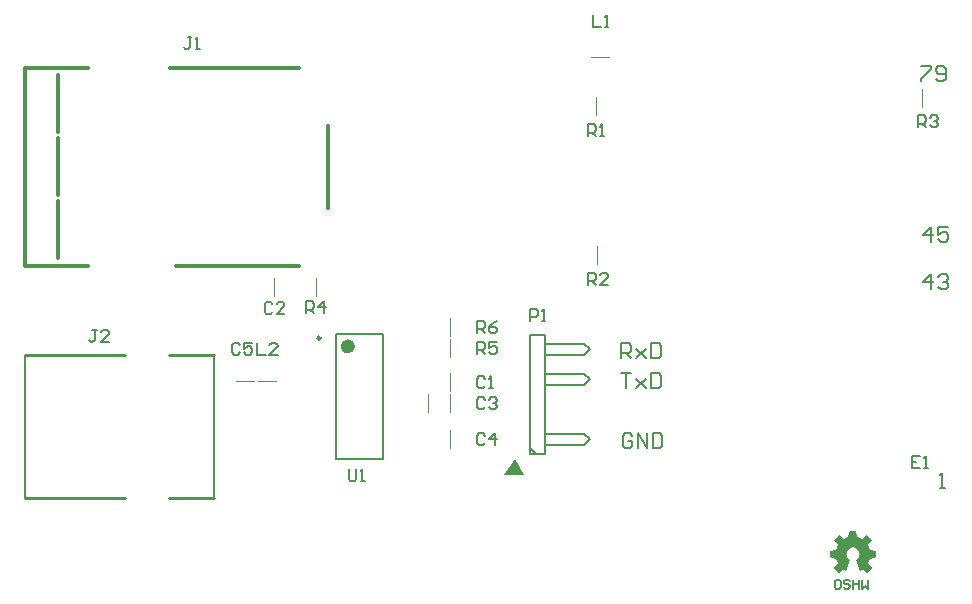
<source format=gto>
G04 Layer_Color=65535*
%FSLAX23Y23*%
%MOIN*%
G70*
G01*
G75*
%ADD15C,0.014*%
%ADD17C,0.010*%
%ADD30C,0.010*%
%ADD31C,0.024*%
%ADD32C,0.008*%
%ADD33C,0.004*%
%ADD34C,0.005*%
%ADD35C,0.008*%
%ADD36C,0.007*%
%ADD37C,0.006*%
G36*
X2659Y-819D02*
X2659Y-819D01*
Y-820D01*
Y-820D01*
X2663Y-840D01*
Y-840D01*
X2663Y-840D01*
X2663Y-841D01*
X2664D01*
X2677Y-846D01*
X2678D01*
X2695Y-835D01*
X2696D01*
X2696Y-835D01*
X2711Y-849D01*
Y-849D01*
Y-850D01*
Y-850D01*
Y-850D01*
X2699Y-867D01*
Y-867D01*
Y-867D01*
Y-867D01*
Y-868D01*
Y-868D01*
X2705Y-882D01*
X2705Y-882D01*
X2706Y-883D01*
X2706D01*
X2725Y-886D01*
X2726D01*
X2726Y-886D01*
Y-887D01*
Y-887D01*
Y-907D01*
X2726Y-907D01*
X2725Y-908D01*
X2725D01*
X2707Y-912D01*
X2706D01*
X2706Y-912D01*
Y-912D01*
Y-912D01*
X2699Y-927D01*
Y-928D01*
Y-928D01*
Y-928D01*
Y-928D01*
X2711Y-944D01*
Y-944D01*
Y-945D01*
Y-945D01*
X2696Y-959D01*
X2696Y-959D01*
X2695D01*
X2695Y-959D01*
X2680Y-949D01*
X2678D01*
X2672Y-953D01*
X2671Y-952D01*
X2670Y-952D01*
X2657Y-918D01*
X2657Y-917D01*
X2657Y-917D01*
X2659Y-916D01*
X2659Y-916D01*
X2659D01*
X2660Y-915D01*
X2660Y-915D01*
X2663Y-913D01*
X2666Y-910D01*
X2667Y-907D01*
X2669Y-904D01*
X2669Y-902D01*
X2669Y-899D01*
X2670Y-898D01*
Y-897D01*
X2669Y-894D01*
X2669Y-891D01*
X2668Y-888D01*
X2666Y-886D01*
X2665Y-884D01*
X2664Y-883D01*
X2664Y-882D01*
X2663Y-882D01*
X2661Y-880D01*
X2658Y-878D01*
X2656Y-877D01*
X2653Y-876D01*
X2651Y-875D01*
X2649Y-875D01*
X2648D01*
X2645Y-875D01*
X2642Y-876D01*
X2639Y-877D01*
X2637Y-878D01*
X2635Y-880D01*
X2634Y-881D01*
X2633Y-882D01*
X2633Y-882D01*
X2631Y-884D01*
X2629Y-887D01*
X2628Y-890D01*
X2627Y-892D01*
X2627Y-894D01*
X2626Y-896D01*
Y-897D01*
Y-897D01*
X2627Y-902D01*
X2628Y-905D01*
X2629Y-908D01*
X2631Y-911D01*
X2633Y-913D01*
X2635Y-914D01*
X2636Y-915D01*
X2636Y-915D01*
X2637Y-916D01*
X2637Y-916D01*
X2637Y-916D01*
X2639Y-917D01*
X2639Y-918D01*
Y-918D01*
Y-918D01*
X2626Y-952D01*
X2625Y-952D01*
X2625Y-953D01*
X2624D01*
X2618Y-949D01*
X2616D01*
X2601Y-959D01*
X2601Y-959D01*
X2600D01*
X2600Y-959D01*
X2586Y-945D01*
Y-945D01*
Y-945D01*
Y-944D01*
X2597Y-928D01*
Y-928D01*
Y-928D01*
Y-927D01*
Y-927D01*
X2591Y-912D01*
X2590Y-912D01*
X2590Y-912D01*
X2589D01*
X2571Y-908D01*
X2571Y-907D01*
X2570Y-907D01*
Y-907D01*
Y-887D01*
Y-886D01*
X2571Y-886D01*
X2571D01*
X2590Y-883D01*
X2591Y-882D01*
X2591Y-882D01*
Y-882D01*
X2597Y-868D01*
Y-868D01*
Y-867D01*
Y-867D01*
Y-867D01*
X2586Y-850D01*
Y-850D01*
Y-850D01*
Y-849D01*
Y-849D01*
X2600Y-835D01*
X2600Y-835D01*
X2601D01*
X2618Y-846D01*
X2619D01*
X2633Y-841D01*
X2633Y-840D01*
X2633Y-840D01*
Y-840D01*
Y-840D01*
X2637Y-820D01*
Y-819D01*
X2638Y-819D01*
X2658D01*
X2659Y-819D01*
D02*
G37*
G36*
X1550Y-635D02*
X1485D01*
X1520Y-580D01*
X1550Y-635D01*
D02*
G37*
D15*
X897Y256D02*
Y531D01*
X373Y724D02*
X803D01*
X393Y63D02*
X803D01*
X-111D02*
X98D01*
X-111Y724D02*
X98D01*
X-1Y299D02*
Y489D01*
Y89D02*
Y279D01*
Y509D02*
Y699D01*
X-111Y63D02*
Y724D01*
D17*
X-111Y-235D02*
X221D01*
X367D02*
X519D01*
X367Y-709D02*
X519D01*
X-111D02*
X221D01*
D30*
X873Y-177D02*
G03*
X873Y-177I-5J0D01*
G01*
D31*
X976Y-205D02*
G03*
X976Y-205I-12J0D01*
G01*
D32*
X-111Y-709D02*
Y-235D01*
X519Y-709D02*
Y-235D01*
X1570Y-168D02*
X1620D01*
Y-562D02*
Y-168D01*
X1570Y-562D02*
X1620D01*
Y-532D02*
X1753D01*
X1770Y-515D01*
X1753Y-498D02*
X1770Y-515D01*
X1620Y-498D02*
X1753D01*
X1620Y-332D02*
X1753D01*
X1770Y-315D01*
X1753Y-298D02*
X1770Y-315D01*
X1620Y-298D02*
X1753D01*
X1620Y-232D02*
X1753D01*
X1770Y-215D01*
X1753Y-198D02*
X1770Y-215D01*
X1620Y-198D02*
X1753D01*
X1570Y-562D02*
Y-168D01*
Y-544D02*
X1587Y-561D01*
X925Y-579D02*
Y-165D01*
X1083Y-579D02*
Y-165D01*
X925D02*
X1083D01*
X925Y-579D02*
X1083D01*
D33*
X665Y-320D02*
X725D01*
X857Y-38D02*
Y22D01*
X717Y-38D02*
Y22D01*
X2877Y592D02*
Y652D01*
X590Y-320D02*
X650D01*
X1775Y760D02*
X1835D01*
X1795Y70D02*
Y130D01*
X1790Y565D02*
Y625D01*
X1231Y-425D02*
Y-365D01*
X1305Y-425D02*
Y-365D01*
Y-545D02*
Y-485D01*
Y-240D02*
Y-180D01*
Y-170D02*
Y-110D01*
Y-355D02*
Y-295D01*
D34*
X1422Y-312D02*
X1415Y-305D01*
X1402D01*
X1395Y-312D01*
Y-338D01*
X1402Y-345D01*
X1415D01*
X1422Y-338D01*
X1435Y-345D02*
X1448D01*
X1442D01*
Y-305D01*
X1435Y-312D01*
X663Y-192D02*
Y-232D01*
X690D01*
X730D02*
X703D01*
X730Y-205D01*
Y-199D01*
X723Y-192D01*
X710D01*
X703Y-199D01*
X1395Y-160D02*
Y-120D01*
X1415D01*
X1422Y-127D01*
Y-140D01*
X1415Y-147D01*
X1395D01*
X1408D02*
X1422Y-160D01*
X1462Y-120D02*
X1448Y-127D01*
X1435Y-140D01*
Y-153D01*
X1442Y-160D01*
X1455D01*
X1462Y-153D01*
Y-147D01*
X1455Y-140D01*
X1435D01*
X1395Y-230D02*
Y-190D01*
X1415D01*
X1422Y-197D01*
Y-210D01*
X1415Y-217D01*
X1395D01*
X1408D02*
X1422Y-230D01*
X1462Y-190D02*
X1435D01*
Y-210D01*
X1448Y-203D01*
X1455D01*
X1462Y-210D01*
Y-223D01*
X1455Y-230D01*
X1442D01*
X1435Y-223D01*
X605Y-199D02*
X598Y-192D01*
X585D01*
X578Y-199D01*
Y-225D01*
X585Y-232D01*
X598D01*
X605Y-225D01*
X645Y-192D02*
X618D01*
Y-212D01*
X631Y-205D01*
X638D01*
X645Y-212D01*
Y-225D01*
X638Y-232D01*
X625D01*
X618Y-225D01*
X1422Y-502D02*
X1415Y-495D01*
X1402D01*
X1395Y-502D01*
Y-528D01*
X1402Y-535D01*
X1415D01*
X1422Y-528D01*
X1455Y-535D02*
Y-495D01*
X1435Y-515D01*
X1462D01*
X1422Y-382D02*
X1415Y-375D01*
X1402D01*
X1395Y-382D01*
Y-408D01*
X1402Y-415D01*
X1415D01*
X1422Y-408D01*
X1435Y-382D02*
X1442Y-375D01*
X1455D01*
X1462Y-382D01*
Y-388D01*
X1455Y-395D01*
X1448D01*
X1455D01*
X1462Y-402D01*
Y-408D01*
X1455Y-415D01*
X1442D01*
X1435Y-408D01*
X825Y-95D02*
Y-55D01*
X845D01*
X852Y-62D01*
Y-75D01*
X845Y-82D01*
X825D01*
X838D02*
X852Y-95D01*
X885D02*
Y-55D01*
X865Y-75D01*
X892D01*
X2865Y525D02*
Y565D01*
X2885D01*
X2892Y558D01*
Y545D01*
X2885Y538D01*
X2865D01*
X2878D02*
X2892Y525D01*
X2905Y558D02*
X2912Y565D01*
X2925D01*
X2932Y558D01*
Y552D01*
X2925Y545D01*
X2918D01*
X2925D01*
X2932Y538D01*
Y532D01*
X2925Y525D01*
X2912D01*
X2905Y532D01*
X1780Y900D02*
Y860D01*
X1807D01*
X1820D02*
X1833D01*
X1827D01*
Y900D01*
X1820Y893D01*
X713Y-65D02*
X707Y-58D01*
X693D01*
X687Y-65D01*
Y-91D01*
X693Y-98D01*
X707D01*
X713Y-91D01*
X753Y-98D02*
X727D01*
X753Y-71D01*
Y-65D01*
X747Y-58D01*
X733D01*
X727Y-65D01*
X1765Y0D02*
Y40D01*
X1785D01*
X1792Y33D01*
Y20D01*
X1785Y13D01*
X1765D01*
X1778D02*
X1792Y0D01*
X1832D02*
X1805D01*
X1832Y27D01*
Y33D01*
X1825Y40D01*
X1812D01*
X1805Y33D01*
X1765Y495D02*
Y535D01*
X1785D01*
X1792Y528D01*
Y515D01*
X1785Y508D01*
X1765D01*
X1778D02*
X1792Y495D01*
X1805D02*
X1818D01*
X1812D01*
Y535D01*
X1805Y528D01*
X443Y827D02*
X430D01*
X437D01*
Y794D01*
X430Y787D01*
X423D01*
X417Y794D01*
X457Y787D02*
X470D01*
X463D01*
Y827D01*
X457Y820D01*
X2871Y-571D02*
X2844D01*
Y-611D01*
X2871D01*
X2844Y-591D02*
X2858D01*
X2884Y-611D02*
X2898D01*
X2891D01*
Y-571D01*
X2884Y-578D01*
X967Y-613D02*
Y-646D01*
X973Y-653D01*
X987D01*
X993Y-646D01*
Y-613D01*
X1007Y-653D02*
X1020D01*
X1013D01*
Y-613D01*
X1007Y-620D01*
D35*
X127Y-149D02*
X113D01*
X120D01*
Y-183D01*
X113Y-189D01*
X107D01*
X100Y-183D01*
X167Y-189D02*
X140D01*
X167Y-163D01*
Y-156D01*
X160Y-149D01*
X147D01*
X140Y-156D01*
X1570Y-120D02*
Y-80D01*
X1590D01*
X1597Y-87D01*
Y-100D01*
X1590Y-107D01*
X1570D01*
X1610Y-120D02*
X1623D01*
X1617D01*
Y-80D01*
X1610Y-87D01*
D36*
X2603Y-982D02*
X2593D01*
X2588Y-987D01*
Y-1007D01*
X2593Y-1012D01*
X2603D01*
X2608Y-1007D01*
Y-987D01*
X2603Y-982D01*
X2638Y-987D02*
X2633Y-982D01*
X2623D01*
X2618Y-987D01*
Y-992D01*
X2623Y-997D01*
X2633D01*
X2638Y-1002D01*
Y-1007D01*
X2633Y-1012D01*
X2623D01*
X2618Y-1007D01*
X2648Y-982D02*
Y-1012D01*
Y-997D01*
X2668D01*
Y-982D01*
Y-1012D01*
X2678Y-982D02*
Y-1012D01*
X2688Y-1002D01*
X2698Y-1012D01*
Y-982D01*
D37*
X2874Y729D02*
X2908D01*
Y721D01*
X2874Y687D01*
Y679D01*
X2924Y687D02*
X2933Y679D01*
X2949D01*
X2958Y687D01*
Y721D01*
X2949Y729D01*
X2933D01*
X2924Y721D01*
Y712D01*
X2933Y704D01*
X2958D01*
X2907Y143D02*
Y193D01*
X2882Y168D01*
X2915D01*
X2965Y193D02*
X2932D01*
Y168D01*
X2949Y177D01*
X2957D01*
X2965Y168D01*
Y152D01*
X2957Y143D01*
X2940D01*
X2932Y152D01*
X2907Y-14D02*
Y36D01*
X2882Y11D01*
X2915D01*
X2932Y27D02*
X2940Y36D01*
X2957D01*
X2965Y27D01*
Y19D01*
X2957Y11D01*
X2949D01*
X2957D01*
X2965Y2D01*
Y-6D01*
X2957Y-14D01*
X2940D01*
X2932Y-6D01*
X2937Y-676D02*
X2954D01*
X2945D01*
Y-626D01*
X2937Y-634D01*
X1913Y-503D02*
X1905Y-495D01*
X1888D01*
X1880Y-503D01*
Y-537D01*
X1888Y-545D01*
X1905D01*
X1913Y-537D01*
Y-520D01*
X1897D01*
X1930Y-545D02*
Y-495D01*
X1963Y-545D01*
Y-495D01*
X1980D02*
Y-545D01*
X2005D01*
X2013Y-537D01*
Y-503D01*
X2005Y-495D01*
X1980D01*
X1875Y-295D02*
X1908D01*
X1892D01*
Y-345D01*
X1925Y-312D02*
X1958Y-345D01*
X1942Y-328D01*
X1958Y-312D01*
X1925Y-345D01*
X1975Y-295D02*
Y-345D01*
X2000D01*
X2008Y-337D01*
Y-303D01*
X2000Y-295D01*
X1975D01*
X1875Y-245D02*
Y-195D01*
X1900D01*
X1908Y-203D01*
Y-220D01*
X1900Y-228D01*
X1875D01*
X1892D02*
X1908Y-245D01*
X1925Y-212D02*
X1958Y-245D01*
X1942Y-228D01*
X1958Y-212D01*
X1925Y-245D01*
X1975Y-195D02*
Y-245D01*
X2000D01*
X2008Y-237D01*
Y-203D01*
X2000Y-195D01*
X1975D01*
M02*

</source>
